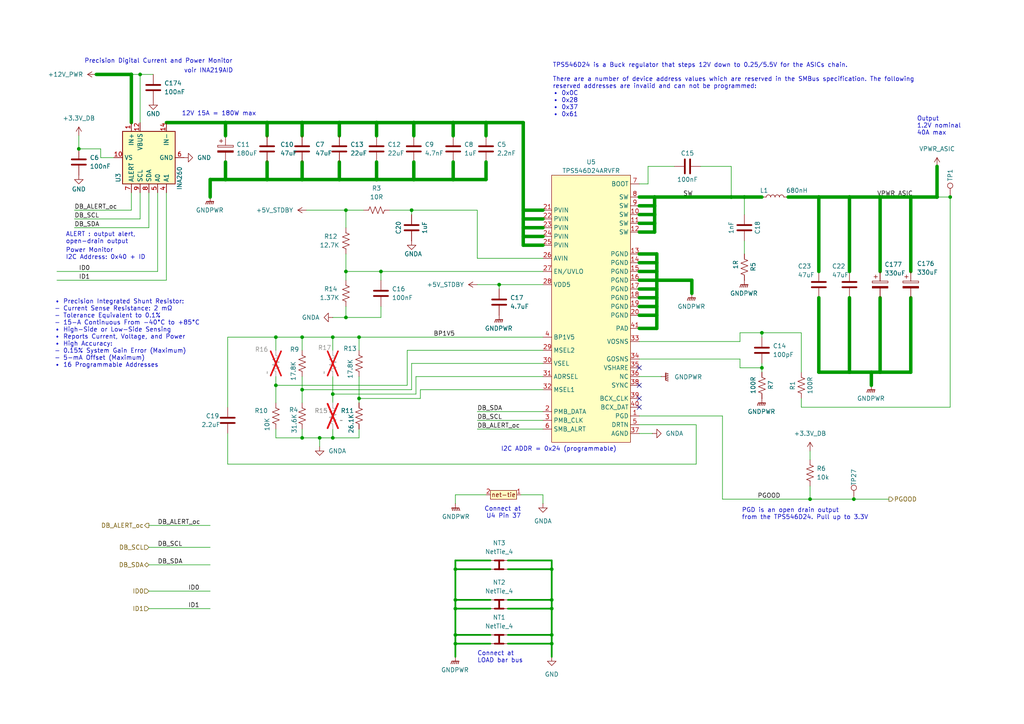
<source format=kicad_sch>
(kicad_sch (version 20231120) (generator "eeschema") (generator_version "8.0")
  (paper "A4")
  (lib_symbols
    (symbol "Connector:TestPoint" (pin_numbers hide) (pin_names (offset 0.762) hide)
      (property "Reference" "TP" (at 0 6.858 0))
      (property "Value" "TestPoint" (at 0 5.08 0))
      (symbol "TestPoint_0_1"
        (circle (center 0 3.302) (radius 0.762))
      )
      (symbol "TestPoint_1_1"
        (pin passive line (at 0 0 90) (length 2.54) (name "1") (number "1"))
      )
    )
    (symbol "Device:C" (pin_numbers hide) (pin_names (offset 0.254))
      (property "Reference" "C" (at 0.635 2.54 0))
      (property "Value" "C" (at 0.635 -2.54 0))
      (symbol "C_0_1"
        (polyline (pts (xy -2.032 -0.762) (xy 2.032 -0.762)) (stroke (width 0.508)))
        (polyline (pts (xy -2.032 0.762) (xy 2.032 0.762)) (stroke (width 0.508)))
      )
      (symbol "C_1_1"
        (pin passive line (at 0 3.81 270) (length 2.794) (name "~") (number "1"))
        (pin passive line (at 0 -3.81 90) (length 2.794) (name "~") (number "2"))
      )
    )
    (symbol "Device:C_Polarized" (pin_numbers hide) (pin_names (offset 0.254))
      (property "Reference" "C" (at 0.635 2.54 0))
      (property "Value" "C_Polarized" (at 0.635 -2.54 0))
      (symbol "C_Polarized_0_1"
        (rectangle (start -2.286 0.508) (end 2.286 1.016))
        (polyline (pts (xy -1.778 2.286) (xy -0.762 2.286)))
        (polyline (pts (xy -1.27 2.794) (xy -1.27 1.778)))
        (rectangle (start 2.286 -0.508) (end -2.286 -1.016) (fill (type outline)))
      )
      (symbol "C_Polarized_1_1"
        (pin passive line (at 0 3.81 270) (length 2.794) (name "~") (number "1"))
        (pin passive line (at 0 -3.81 90) (length 2.794) (name "~") (number "2"))
      )
    )
    (symbol "Device:L" (pin_numbers hide) (pin_names (offset 1.016) hide)
      (property "Reference" "L" (at -1.27 0 90))
      (property "Value" "L" (at 1.905 0 90))
      (symbol "L_0_1"
        (arc (start 0 -2.54) (mid 0.6323 -1.905) (end 0 -1.27))
        (arc (start 0 -1.27) (mid 0.6323 -0.635) (end 0 0))
        (arc (start 0 0) (mid 0.6323 0.635) (end 0 1.27))
        (arc (start 0 1.27) (mid 0.6323 1.905) (end 0 2.54))
      )
      (symbol "L_1_1"
        (pin passive line (at 0 3.81 270) (length 1.27) (name "1") (number "1"))
        (pin passive line (at 0 -3.81 90) (length 1.27) (name "2") (number "2"))
      )
    )
    (symbol "Device:NetTie_4" (pin_numbers hide) (pin_names (offset 0) hide) (in_bom no)
      (property "Reference" "NT" (at 0 1.27 0))
      (property "Value" "NetTie_4" (at 0 -3.81 0))
      (symbol "NetTie_4_0_1"
        (polyline (pts (xy -1.27 -2.54) (xy 1.27 -2.54)) (stroke (width 0.508)))
        (polyline (pts (xy -1.27 0) (xy 1.27 0)) (stroke (width 0.508)))
        (polyline (pts (xy 0 -2.54) (xy 0 0)) (stroke (width 0.508)))
      )
      (symbol "NetTie_4_1_1"
        (pin passive line (at -2.54 0 0) (length 2.54) (name "1") (number "1"))
        (pin passive line (at 2.54 0 180) (length 2.54) (name "2") (number "2"))
        (pin passive line (at -2.54 -2.54 0) (length 2.54) (name "3") (number "3"))
        (pin passive line (at 2.54 -2.54 180) (length 2.54) (name "4") (number "4"))
      )
    )
    (symbol "Device:R_US" (pin_numbers hide) (pin_names (offset 0))
      (property "Reference" "R" (at 2.54 0 90))
      (property "Value" "R_US" (at -2.54 0 90))
      (symbol "R_US_0_1"
        (polyline (pts (xy 0 -2.286) (xy 0 -2.54)))
        (polyline (pts (xy 0 2.286) (xy 0 2.54)))
        (polyline (pts (xy 0 -0.762) (xy 1.016 -1.143) (xy 0 -1.524) (xy -1.016 -1.905) (xy 0 -2.286)))
        (polyline (pts (xy 0 0.762) (xy 1.016 0.381) (xy 0 0) (xy -1.016 -0.381) (xy 0 -0.762)))
        (polyline (pts (xy 0 2.286) (xy 1.016 1.905) (xy 0 1.524) (xy -1.016 1.143) (xy 0 0.762)))
      )
      (symbol "R_US_1_1"
        (pin passive line (at 0 3.81 270) (length 1.27) (name "~") (number "1"))
        (pin passive line (at 0 -3.81 90) (length 1.27) (name "~") (number "2"))
      )
    )
    (symbol "Sensor:INA260"
      (property "Reference" "U" (at -6.35 8.89 0))
      (property "Value" "INA260" (at 2.54 8.89 0))
      (symbol "INA260_0_1"
        (rectangle (start -7.62 7.62) (end 7.62 -7.62) (stroke (width 0.254)) (fill (type background)))
      )
      (symbol "INA260_1_1"
        (pin passive line (at -10.16 5.08 0) (length 2.54) (name "IN+") (number "1"))
        (pin power_in line (at 0 10.16 270) (length 2.54) (name "VS") (number "10"))
        (pin passive line (at 0 -10.16 90) (length 2.54) hide (name "GND") (number "11"))
        (pin passive line (at -10.16 2.54 0) (length 2.54) (name "VBUS") (number "12"))
        (pin no_connect line (at 2.54 -7.62 90) (length 2.54) hide (name "NC") (number "13"))
        (pin passive line (at -10.16 -5.08 0) (length 2.54) (name "IN-") (number "14"))
        (pin passive line (at -10.16 -5.08 0) (length 2.54) hide (name "IN-") (number "15"))
        (pin passive line (at -10.16 -5.08 0) (length 2.54) hide (name "IN-") (number "16"))
        (pin passive line (at -10.16 5.08 0) (length 2.54) hide (name "IN+") (number "2"))
        (pin passive line (at -10.16 5.08 0) (length 2.54) hide (name "IN+") (number "3"))
        (pin input line (at 10.16 -5.08 180) (length 2.54) (name "A1") (number "4"))
        (pin input line (at 10.16 -2.54 180) (length 2.54) (name "A0") (number "5"))
        (pin power_in line (at 0 -10.16 90) (length 2.54) (name "GND") (number "6"))
        (pin open_collector line (at 10.16 5.08 180) (length 2.54) (name "ALERT") (number "7"))
        (pin bidirectional line (at 10.16 0 180) (length 2.54) (name "SDA") (number "8"))
        (pin input line (at 10.16 2.54 180) (length 2.54) (name "SCL") (number "9"))
      )
    )
    (symbol "bitaxe:TPS546D24"
      (property "Reference" "U" (at -7.62 43.18 0))
      (property "Value" "TPS546D24" (at 6.35 43.18 0))
      (symbol "TPS546D24_0_1"
        (rectangle (start -11.43 41.91) (end 11.43 -35.56) (stroke (width 0.1524)) (fill (type background)))
      )
      (symbol "TPS546D24_1_1"
        (pin input line (at 13.97 -27.94 180) (length 2.54) (name "PGD") (number "1"))
        (pin power_in line (at 13.97 30.48 180) (length 2.54) (name "SW") (number "10"))
        (pin output line (at 13.97 27.94 180) (length 2.54) (name "SW") (number "11"))
        (pin power_out line (at 13.97 25.4 180) (length 2.54) (name "SW") (number "12"))
        (pin output line (at 13.97 19.05 180) (length 2.54) (name "PGND") (number "13"))
        (pin output line (at 13.97 16.51 180) (length 2.54) (name "PGND") (number "14"))
        (pin input line (at 13.97 13.97 180) (length 2.54) (name "PGND") (number "15"))
        (pin input line (at 13.97 11.43 180) (length 2.54) (name "PGND") (number "16"))
        (pin power_in line (at 13.97 8.89 180) (length 2.54) (name "PGND") (number "17"))
        (pin input line (at 13.97 6.35 180) (length 2.54) (name "PGND") (number "18"))
        (pin input line (at 13.97 3.81 180) (length 2.54) (name "PGND") (number "19"))
        (pin input line (at -13.97 -26.67 0) (length 2.54) (name "PMB_DATA") (number "2"))
        (pin power_in line (at 13.97 1.27 180) (length 2.54) (name "PGND") (number "20"))
        (pin input line (at -13.97 31.75 0) (length 2.54) (name "PVIN") (number "21"))
        (pin input line (at -13.97 29.21 0) (length 2.54) (name "PVIN") (number "22"))
        (pin input line (at -13.97 26.67 0) (length 2.54) (name "PVIN") (number "23"))
        (pin input line (at -13.97 24.13 0) (length 2.54) (name "PVIN") (number "24"))
        (pin input line (at -13.97 21.59 0) (length 2.54) (name "PVIN") (number "25"))
        (pin input line (at -13.97 17.78 0) (length 2.54) (name "AVIN") (number "26"))
        (pin input line (at -13.97 13.97 0) (length 2.54) (name "EN/UVLO") (number "27"))
        (pin output line (at -13.97 10.16 0) (length 2.54) (name "VDD5") (number "28"))
        (pin power_in line (at -13.97 -8.89 0) (length 2.54) (name "MSEL2") (number "29"))
        (pin input line (at -13.97 -29.21 0) (length 2.54) (name "PMB_CLK") (number "3"))
        (pin power_in line (at -13.97 -12.7 0) (length 2.54) (name "VSEL") (number "30"))
        (pin output line (at -13.97 -16.51 0) (length 2.54) (name "ADRSEL") (number "31"))
        (pin power_out line (at -13.97 -20.32 0) (length 2.54) (name "MSEL1") (number "32"))
        (pin output line (at 13.97 -6.35 180) (length 2.54) (name "VOSNS") (number "33"))
        (pin output line (at 13.97 -11.43 180) (length 2.54) (name "GOSNS") (number "34"))
        (pin input line (at 13.97 -13.97 180) (length 2.54) (name "VSHARE") (number "35"))
        (pin input line (at 13.97 -16.51 180) (length 2.54) (name "NC") (number "36"))
        (pin power_in line (at 13.97 -33.02 180) (length 2.54) (name "AGND") (number "37"))
        (pin input line (at 13.97 -19.05 180) (length 2.54) (name "SYNC") (number "38"))
        (pin input line (at 13.97 -22.86 180) (length 2.54) (name "BCX_CLK") (number "39"))
        (pin input line (at -13.97 -5.08 0) (length 2.54) (name "BP1V5") (number "4"))
        (pin input line (at 13.97 -25.4 180) (length 2.54) (name "BCX_DAT") (number "40"))
        (pin power_in line (at 13.97 -2.54 180) (length 2.54) (name "PAD") (number "41"))
        (pin input line (at 13.97 -30.48 180) (length 2.54) (name "DRTN") (number "5"))
        (pin input line (at -13.97 -31.75 0) (length 2.54) (name "SMB_ALRT") (number "6"))
        (pin input line (at 13.97 39.37 180) (length 2.54) (name "BOOT") (number "7"))
        (pin output line (at 13.97 35.56 180) (length 2.54) (name "SW") (number "8"))
        (pin power_in line (at 13.97 33.02 180) (length 2.54) (name "SW") (number "9"))
      )
    )
    (symbol "bitaxe:net-tie"
      (symbol "net-tie_0_1"
        (rectangle (start -3.81 1.27) (end 3.81 -1.27) (stroke (width 0.1524)) (fill (type background)))
      )
      (symbol "net-tie_1_0"
        (pin bidirectional line (at -5.08 0 0) (length 1.27) (name "") (number "1"))
        (pin bidirectional line (at 5.08 0 180) (length 1.27) (name "") (number "2"))
      )
      (symbol "net-tie_1_1"
        (text "net-tie" (at 0 0 0) (effects (font (size 1.27 1.27))))
      )
    )
    (symbol "power:+3.3V" (power) (pin_names (offset 0))
      (property "Value" "+3.3V" (at 0 3.556 0))
      (symbol "+3.3V_0_1"
        (polyline (pts (xy -0.762 1.27) (xy 0 2.54)))
        (polyline (pts (xy 0 0) (xy 0 2.54)))
        (polyline (pts (xy 0 2.54) (xy 0.762 1.27)))
      )
      (symbol "+3.3V_1_1"
        (pin power_in line (at 0 0 90) (length 0) hide (name "+3.3V") (number "1"))
      )
    )
    (symbol "power:GND" (power) (pin_numbers hide) (pin_names (offset 0) hide)
      (property "Value" "GND" (at 0 -3.81 0))
      (symbol "GND_0_1"
        (polyline (pts (xy 0 0) (xy 0 -1.27) (xy 1.27 -1.27) (xy 0 -2.54) (xy -1.27 -1.27) (xy 0 -1.27)))
      )
      (symbol "GND_1_1"
        (pin power_in line (at 0 0 270) (length 0) (name "~") (number "1"))
      )
    )
    (symbol "power:GNDA" (power) (pin_numbers hide) (pin_names (offset 0) hide)
      (property "Value" "GNDA" (at 0 -3.81 0))
      (symbol "GNDA_0_1"
        (polyline (pts (xy 0 0) (xy 0 -1.27) (xy 1.27 -1.27) (xy 0 -2.54) (xy -1.27 -1.27) (xy 0 -1.27)))
      )
      (symbol "GNDA_1_1"
        (pin power_in line (at 0 0 270) (length 0) (name "~") (number "1"))
      )
    )
    (symbol "power:GNDPWR" (power) (pin_numbers hide) (pin_names (offset 0) hide)
      (property "Value" "GNDPWR" (at 0 -3.302 0))
      (symbol "GNDPWR_0_1"
        (polyline (pts (xy 0 -1.27) (xy 0 0)))
        (polyline (pts (xy -1.016 -1.27) (xy -1.27 -2.032) (xy -1.27 -2.032)) (stroke (width 0.2032)))
        (polyline (pts (xy -0.508 -1.27) (xy -0.762 -2.032) (xy -0.762 -2.032)) (stroke (width 0.2032)))
        (polyline (pts (xy 0 -1.27) (xy -0.254 -2.032) (xy -0.254 -2.032)) (stroke (width 0.2032)))
        (polyline (pts (xy 0.508 -1.27) (xy 0.254 -2.032) (xy 0.254 -2.032)) (stroke (width 0.2032)))
        (polyline (pts (xy 1.016 -1.27) (xy -1.016 -1.27) (xy -1.016 -1.27)) (stroke (width 0.2032)))
        (polyline (pts (xy 1.016 -1.27) (xy 0.762 -2.032) (xy 0.762 -2.032) (xy 0.762 -2.032)) (stroke (width 0.2032)))
      )
      (symbol "GNDPWR_1_1"
        (pin power_in line (at 0 0 270) (length 0) (name "~") (number "1"))
      )
    )
    (symbol "power:VDD" (power) (pin_numbers hide) (pin_names (offset 0) hide)
      (property "Value" "VDD" (at 0 3.556 0))
      (symbol "VDD_0_1"
        (polyline (pts (xy -0.762 1.27) (xy 0 2.54)))
        (polyline (pts (xy 0 0) (xy 0 2.54)))
        (polyline (pts (xy 0 2.54) (xy 0.762 1.27)))
      )
      (symbol "VDD_1_1"
        (pin power_in line (at 0 0 90) (length 0) (name "~") (number "1"))
      )
    )
  )
  (junction (at 109.22 35.56))
  (junction (at 132.08 165.1))
  (junction (at 87.63 97.79))
  (junction (at 252.73 107.95))
  (junction (at 65.405 52.07))
  (junction (at 80.01 97.79))
  (junction (at 104.14 115.57))
  (junction (at 98.425 52.07))
  (junction (at 92.71 127))
  (junction (at 246.38 107.95))
  (junction (at 87.63 113.03))
  (junction (at 104.14 97.79))
  (junction (at 87.63 127))
  (junction (at 100.33 60.96))
  (junction (at 40.64 21.59))
  (junction (at 237.49 57.15))
  (junction (at 38.1 21.59))
  (junction (at 160.02 176.53))
  (junction (at 96.52 114.3))
  (junction (at 131.445 35.56))
  (junction (at 132.08 184.15))
  (junction (at 151.765 60.96))
  (junction (at 151.765 63.5))
  (junction (at 96.52 97.79))
  (junction (at 246.38 57.15))
  (junction (at 190.5 86.36))
  (junction (at 131.445 52.07))
  (junction (at 151.765 68.58))
  (junction (at 120.015 35.56))
  (junction (at 160.02 165.1))
  (junction (at 160.02 184.15))
  (junction (at 264.16 57.15))
  (junction (at 255.27 107.95))
  (junction (at 189.865 57.15))
  (junction (at 87.63 52.07))
  (junction (at 190.5 76.2))
  (junction (at 132.08 173.99))
  (junction (at 144.78 82.55))
  (junction (at 98.425 35.56))
  (junction (at 160.02 186.69))
  (junction (at 247.65 144.78))
  (junction (at 77.47 35.56))
  (junction (at 96.52 127))
  (junction (at 140.97 35.56))
  (junction (at 119.38 60.96))
  (junction (at 190.5 91.44))
  (junction (at 189.865 62.23))
  (junction (at 132.08 186.69))
  (junction (at 190.5 83.82))
  (junction (at 100.33 92.075))
  (junction (at 160.02 173.99))
  (junction (at 215.9 57.15))
  (junction (at 120.015 52.07))
  (junction (at 255.27 57.15))
  (junction (at 190.5 88.9))
  (junction (at 190.5 78.74))
  (junction (at 109.22 52.07))
  (junction (at 190.5 81.28))
  (junction (at 100.33 78.74))
  (junction (at 271.78 57.15))
  (junction (at 275.59 57.15))
  (junction (at 22.86 43.18))
  (junction (at 80.01 111.76))
  (junction (at 212.09 57.15))
  (junction (at 189.865 64.77))
  (junction (at 87.63 35.56))
  (junction (at 220.98 96.52))
  (junction (at 151.765 66.04))
  (junction (at 110.49 78.74))
  (junction (at 220.98 106.68))
  (junction (at 189.865 59.69))
  (junction (at 77.47 52.07))
  (junction (at 234.95 144.78))
  (junction (at 132.08 176.53))
  (junction (at 65.405 35.56))
  (no_connect (at 185.42 106.68))
  (no_connect (at 185.42 111.76))
  (no_connect (at 185.42 115.57))
  (no_connect (at 185.42 118.11))
  (wire (pts (xy 87.63 35.56) (xy 98.425 35.56)) (stroke (width 1)))
  (wire (pts (xy 43.18 158.75) (xy 60.96 158.75)))
  (wire (pts (xy 185.42 64.77) (xy 189.865 64.77)) (stroke (width 1)))
  (wire (pts (xy 96.52 114.3) (xy 96.52 116.84)))
  (wire (pts (xy 120.65 109.22) (xy 120.65 114.3)))
  (wire (pts (xy 60.96 52.07) (xy 65.405 52.07)) (stroke (width 1)))
  (wire (pts (xy 132.08 162.56) (xy 142.24 162.56)) (stroke (width 0.5)))
  (wire (pts (xy 92.71 127) (xy 92.71 129.54)))
  (wire (pts (xy 38.1 21.59) (xy 38.1 33.02)))
  (wire (pts (xy 60.96 52.07) (xy 60.96 57.15)) (stroke (width 1)))
  (wire (pts (xy 120.015 52.07) (xy 131.445 52.07)) (stroke (width 1)))
  (wire (pts (xy 190.5 78.74) (xy 190.5 81.28)) (stroke (width 1)))
  (wire (pts (xy 185.42 62.23) (xy 189.865 62.23)) (stroke (width 1)))
  (wire (pts (xy 118.11 111.76) (xy 80.01 111.76)))
  (wire (pts (xy 187.96 48.26) (xy 195.58 48.26)))
  (wire (pts (xy 185.42 104.14) (xy 214.63 104.14)))
  (wire (pts (xy 77.47 46.99) (xy 77.47 52.07)) (stroke (width 1)))
  (wire (pts (xy 121.92 113.03) (xy 121.92 115.57)))
  (wire (pts (xy 98.425 35.56) (xy 98.425 39.37)) (stroke (width 1)))
  (wire (pts (xy 138.43 60.96) (xy 119.38 60.96)))
  (wire (pts (xy 185.42 53.34) (xy 187.96 53.34)))
  (wire (pts (xy 119.38 60.96) (xy 119.38 62.23)))
  (wire (pts (xy 38.1 21.59) (xy 40.64 21.59)))
  (wire (pts (xy 138.43 82.55) (xy 144.78 82.55)))
  (wire (pts (xy 215.9 57.15) (xy 215.9 62.23)))
  (wire (pts (xy 147.32 176.53) (xy 160.02 176.53)) (stroke (width 0.5)))
  (wire (pts (xy 109.22 46.99) (xy 109.22 52.07)) (stroke (width 1)))
  (wire (pts (xy 132.08 176.53) (xy 132.08 184.15)) (stroke (width 0.5)))
  (wire (pts (xy 66.04 97.79) (xy 80.01 97.79)))
  (wire (pts (xy 98.425 46.99) (xy 98.425 52.07)) (stroke (width 1)))
  (wire (pts (xy 109.22 52.07) (xy 120.015 52.07)) (stroke (width 1)))
  (wire (pts (xy 237.49 57.15) (xy 237.49 78.74)) (stroke (width 1)))
  (wire (pts (xy 185.42 109.22) (xy 191.77 109.22)))
  (wire (pts (xy 65.405 35.56) (xy 77.47 35.56)) (stroke (width 1)))
  (wire (pts (xy 140.97 52.07) (xy 140.97 46.99)) (stroke (width 1)))
  (wire (pts (xy 151.765 66.04) (xy 157.48 66.04)) (stroke (width 1)))
  (wire (pts (xy 131.445 46.99) (xy 131.445 52.07)) (stroke (width 1)))
  (wire (pts (xy 65.405 52.07) (xy 77.47 52.07)) (stroke (width 1)))
  (wire (pts (xy 120.015 46.99) (xy 120.015 52.07)) (stroke (width 1)))
  (wire (pts (xy 100.33 60.96) (xy 100.33 66.04)))
  (wire (pts (xy 271.78 48.26) (xy 271.78 57.15)) (stroke (width 1)))
  (wire (pts (xy 65.405 39.37) (xy 65.405 35.56)) (stroke (width 1)))
  (wire (pts (xy 88.9 60.96) (xy 100.33 60.96)))
  (wire (pts (xy 138.43 74.93) (xy 138.43 60.96)))
  (wire (pts (xy 110.49 88.9) (xy 110.49 92.075)))
  (wire (pts (xy 138.43 124.46) (xy 157.48 124.46)))
  (wire (pts (xy 22.86 43.18) (xy 22.86 39.37)))
  (wire (pts (xy 151.765 63.5) (xy 157.48 63.5)) (stroke (width 1)))
  (wire (pts (xy 119.38 113.03) (xy 87.63 113.03)))
  (wire (pts (xy 96.52 109.22) (xy 96.52 114.3)))
  (wire (pts (xy 147.32 186.69) (xy 160.02 186.69)) (stroke (width 0.5)))
  (wire (pts (xy 275.59 57.15) (xy 275.59 118.11)))
  (wire (pts (xy 140.97 143.51) (xy 132.08 143.51)))
  (wire (pts (xy 185.42 83.82) (xy 190.5 83.82)) (stroke (width 1)))
  (wire (pts (xy 157.48 71.12) (xy 151.765 71.12)) (stroke (width 1)))
  (wire (pts (xy 87.63 52.07) (xy 98.425 52.07)))
  (wire (pts (xy 255.27 57.15) (xy 255.27 78.74)) (stroke (width 1)))
  (wire (pts (xy 255.27 57.15) (xy 264.16 57.15)) (stroke (width 1)))
  (wire (pts (xy 264.16 57.15) (xy 264.16 78.74)) (stroke (width 1)))
  (wire (pts (xy 66.04 125.73) (xy 66.04 134.62)))
  (wire (pts (xy 190.5 86.36) (xy 190.5 88.9)) (stroke (width 1)))
  (wire (pts (xy 92.71 127) (xy 87.63 127)))
  (wire (pts (xy 16.51 78.74) (xy 45.72 78.74)))
  (wire (pts (xy 144.78 83.82) (xy 144.78 82.55)))
  (wire (pts (xy 189.865 57.15) (xy 212.09 57.15)) (stroke (width 1)))
  (wire (pts (xy 120.015 35.56) (xy 120.015 39.37)) (stroke (width 1)))
  (wire (pts (xy 110.49 78.74) (xy 157.48 78.74)))
  (wire (pts (xy 234.95 130.81) (xy 234.95 133.35)))
  (wire (pts (xy 190.5 76.2) (xy 190.5 78.74)) (stroke (width 1)))
  (wire (pts (xy 220.98 105.41) (xy 220.98 106.68)))
  (wire (pts (xy 131.445 52.07) (xy 140.97 52.07)) (stroke (width 1)))
  (wire (pts (xy 132.08 190.5) (xy 132.08 186.69)) (stroke (width 0.5)))
  (wire (pts (xy 109.22 35.56) (xy 109.22 39.37)) (stroke (width 1)))
  (wire (pts (xy 185.42 86.36) (xy 190.5 86.36)) (stroke (width 1)))
  (wire (pts (xy 147.32 165.1) (xy 160.02 165.1)) (stroke (width 0.5)))
  (wire (pts (xy 185.42 120.65) (xy 209.55 120.65)))
  (wire (pts (xy 131.445 35.56) (xy 140.97 35.56)) (stroke (width 1)))
  (wire (pts (xy 131.445 35.56) (xy 131.445 39.37)) (stroke (width 1)))
  (wire (pts (xy 185.42 95.25) (xy 190.5 95.25)) (stroke (width 1)))
  (wire (pts (xy 185.42 76.2) (xy 190.5 76.2)) (stroke (width 1)))
  (wire (pts (xy 190.5 91.44) (xy 190.5 95.25)) (stroke (width 1)))
  (wire (pts (xy 201.93 134.62) (xy 201.93 123.19)))
  (wire (pts (xy 160.02 186.69) (xy 160.02 184.15)) (stroke (width 0.5)))
  (wire (pts (xy 100.33 92.075) (xy 110.49 92.075)))
  (wire (pts (xy 27.94 21.59) (xy 38.1 21.59)) (stroke (width 1)))
  (wire (pts (xy 185.42 125.73) (xy 189.23 125.73)))
  (wire (pts (xy 214.63 96.52) (xy 220.98 96.52)))
  (wire (pts (xy 151.765 60.96) (xy 151.765 63.5)) (stroke (width 1)))
  (wire (pts (xy 275.59 118.11) (xy 232.41 118.11)))
  (wire (pts (xy 147.32 162.56) (xy 160.02 162.56)) (stroke (width 0.5)))
  (wire (pts (xy 157.48 143.51) (xy 151.13 143.51)))
  (wire (pts (xy 151.765 66.04) (xy 151.765 68.58)) (stroke (width 1)))
  (wire (pts (xy 48.26 35.56) (xy 65.405 35.56)) (stroke (width 1)))
  (wire (pts (xy 21.59 63.5) (xy 40.64 63.5)))
  (wire (pts (xy 43.18 171.45) (xy 60.96 171.45)))
  (wire (pts (xy 200.66 85.09) (xy 200.66 81.28)) (stroke (width 1)))
  (wire (pts (xy 132.08 186.69) (xy 142.24 186.69)) (stroke (width 0.5)))
  (wire (pts (xy 80.01 124.46) (xy 80.01 127)))
  (wire (pts (xy 138.43 74.93) (xy 157.48 74.93)))
  (wire (pts (xy 237.49 107.95) (xy 246.38 107.95)) (stroke (width 1)))
  (wire (pts (xy 144.78 82.55) (xy 157.48 82.55)))
  (wire (pts (xy 185.42 73.66) (xy 190.5 73.66)) (stroke (width 1)))
  (wire (pts (xy 119.38 105.41) (xy 157.48 105.41)))
  (wire (pts (xy 160.02 176.53) (xy 160.02 184.15)) (stroke (width 0.5)))
  (wire (pts (xy 209.55 144.78) (xy 234.95 144.78)))
  (wire (pts (xy 87.63 52.07) (xy 98.425 52.07)) (stroke (width 1)))
  (wire (pts (xy 157.48 146.05) (xy 157.48 143.51)))
  (wire (pts (xy 132.08 173.99) (xy 132.08 176.53)) (stroke (width 0.5)))
  (wire (pts (xy 98.425 52.07) (xy 109.22 52.07)) (stroke (width 1)))
  (wire (pts (xy 80.01 109.22) (xy 80.01 111.76)))
  (wire (pts (xy 96.52 92.075) (xy 100.33 92.075)))
  (wire (pts (xy 132.08 184.15) (xy 142.24 184.15)) (stroke (width 0.5)))
  (wire (pts (xy 98.425 35.56) (xy 109.22 35.56)) (stroke (width 1)))
  (wire (pts (xy 246.38 57.15) (xy 246.38 78.74)) (stroke (width 1)))
  (wire (pts (xy 151.765 68.58) (xy 151.765 71.12)) (stroke (width 1)))
  (wire (pts (xy 38.1 60.96) (xy 38.1 55.88)))
  (wire (pts (xy 185.42 81.28) (xy 190.5 81.28)) (stroke (width 1)))
  (wire (pts (xy 132.08 165.1) (xy 142.24 165.1)) (stroke (width 0.5)))
  (wire (pts (xy 119.38 60.96) (xy 113.03 60.96)))
  (wire (pts (xy 66.04 134.62) (xy 201.93 134.62)))
  (wire (pts (xy 255.27 107.95) (xy 264.16 107.95)) (stroke (width 1)))
  (wire (pts (xy 44.45 21.59) (xy 40.64 21.59)))
  (wire (pts (xy 138.43 119.38) (xy 157.48 119.38)))
  (wire (pts (xy 189.865 62.23) (xy 189.865 59.69)) (stroke (width 1)))
  (wire (pts (xy 190.5 73.66) (xy 190.5 76.2)) (stroke (width 1)))
  (wire (pts (xy 66.04 118.11) (xy 66.04 97.79)))
  (wire (pts (xy 185.42 59.69) (xy 189.865 59.69)) (stroke (width 1)))
  (wire (pts (xy 215.9 57.15) (xy 220.98 57.15)) (stroke (width 1)))
  (wire (pts (xy 264.16 57.15) (xy 271.78 57.15)) (stroke (width 1)))
  (wire (pts (xy 43.18 152.4) (xy 60.96 152.4)))
  (wire (pts (xy 252.73 111.76) (xy 252.73 107.95)) (stroke (width 1)))
  (wire (pts (xy 77.47 52.07) (xy 87.63 52.07)) (stroke (width 1)))
  (wire (pts (xy 104.14 97.79) (xy 157.48 97.79)))
  (wire (pts (xy 212.09 48.26) (xy 212.09 57.15)))
  (wire (pts (xy 246.38 57.15) (xy 255.27 57.15)) (stroke (width 1)))
  (wire (pts (xy 246.38 107.95) (xy 252.73 107.95)) (stroke (width 1)))
  (wire (pts (xy 234.95 144.78) (xy 247.65 144.78)))
  (wire (pts (xy 43.18 66.04) (xy 43.18 55.88)))
  (wire (pts (xy 237.49 86.36) (xy 237.49 107.95)) (stroke (width 1)))
  (wire (pts (xy 160.02 162.56) (xy 160.02 165.1)) (stroke (width 0.5)))
  (wire (pts (xy 237.49 57.15) (xy 246.38 57.15)) (stroke (width 1)))
  (wire (pts (xy 132.08 176.53) (xy 142.24 176.53)) (stroke (width 0.5)))
  (wire (pts (xy 100.33 73.66) (xy 100.33 78.74)))
  (wire (pts (xy 189.865 57.15) (xy 185.42 57.15)) (stroke (width 1)))
  (wire (pts (xy 190.5 91.44) (xy 185.42 91.44)) (stroke (width 1)))
  (wire (pts (xy 189.865 67.31) (xy 189.865 64.77)) (stroke (width 1)))
  (wire (pts (xy 190.5 81.28) (xy 200.66 81.28)) (stroke (width 1)))
  (wire (pts (xy 151.765 60.96) (xy 157.48 60.96)) (stroke (width 1)))
  (wire (pts (xy 80.01 97.79) (xy 80.01 101.6)))
  (wire (pts (xy 87.63 124.46) (xy 87.63 127)))
  (wire (pts (xy 190.5 83.82) (xy 190.5 86.36)) (stroke (width 1)))
  (wire (pts (xy 147.32 173.99) (xy 160.02 173.99)) (stroke (width 0.5)))
  (wire (pts (xy 100.33 78.74) (xy 100.33 81.28)))
  (wire (pts (xy 234.95 140.97) (xy 234.95 144.78)))
  (wire (pts (xy 232.41 118.11) (xy 232.41 115.57)))
  (wire (pts (xy 110.49 78.74) (xy 110.49 81.28)))
  (wire (pts (xy 160.02 190.5) (xy 160.02 186.69)) (stroke (width 0.5)))
  (wire (pts (xy 151.765 68.58) (xy 157.48 68.58)) (stroke (width 1)))
  (wire (pts (xy 104.14 97.79) (xy 104.14 101.6)))
  (wire (pts (xy 29.21 43.18) (xy 29.21 45.72)))
  (wire (pts (xy 38.1 21.59) (xy 38.1 35.56)) (stroke (width 1)))
  (wire (pts (xy 110.49 78.74) (xy 100.33 78.74)))
  (wire (pts (xy 80.01 127) (xy 87.63 127)))
  (wire (pts (xy 271.78 57.15) (xy 275.59 57.15)))
  (wire (pts (xy 119.38 105.41) (xy 119.38 113.03)))
  (wire (pts (xy 252.73 107.95) (xy 255.27 107.95)) (stroke (width 1)))
  (wire (pts (xy 87.63 97.79) (xy 96.52 97.79)))
  (wire (pts (xy 189.865 59.69) (xy 189.865 57.15)) (stroke (width 1)))
  (wire (pts (xy 100.33 88.9) (xy 100.33 92.075)))
  (wire (pts (xy 132.08 162.56) (xy 132.08 165.1)) (stroke (width 0.5)))
  (wire (pts (xy 29.21 43.18) (xy 22.86 43.18)))
  (wire (pts (xy 40.64 21.59) (xy 40.64 35.56)))
  (wire (pts (xy 209.55 120.65) (xy 209.55 144.78)))
  (wire (pts (xy 118.11 101.6) (xy 118.11 111.76)))
  (wire (pts (xy 43.18 176.53) (xy 60.96 176.53)))
  (wire (pts (xy 147.32 184.15) (xy 160.02 184.15)) (stroke (width 0.5)))
  (wire (pts (xy 40.64 63.5) (xy 40.64 55.88)))
  (wire (pts (xy 120.65 109.22) (xy 157.48 109.22)))
  (wire (pts (xy 132.08 186.69) (xy 132.08 184.15)) (stroke (width 0.5)))
  (wire (pts (xy 157.48 101.6) (xy 118.11 101.6)))
  (wire (pts (xy 138.43 121.92) (xy 157.48 121.92)))
  (wire (pts (xy 203.2 48.26) (xy 212.09 48.26)))
  (wire (pts (xy 160.02 173.99) (xy 160.02 176.53)) (stroke (width 0.5)))
  (wire (pts (xy 185.42 67.31) (xy 189.865 67.31)) (stroke (width 1)))
  (wire (pts (xy 151.765 35.56) (xy 151.765 60.96)) (stroke (width 1)))
  (wire (pts (xy 16.51 81.28) (xy 48.26 81.28)))
  (wire (pts (xy 120.015 35.56) (xy 131.445 35.56)) (stroke (width 1)))
  (wire (pts (xy 120.65 114.3) (xy 96.52 114.3)))
  (wire (pts (xy 21.59 60.96) (xy 38.1 60.96)))
  (wire (pts (xy 96.52 127) (xy 92.71 127)))
  (wire (pts (xy 121.92 113.03) (xy 157.48 113.03)))
  (wire (pts (xy 189.865 64.77) (xy 189.865 62.23)) (stroke (width 1)))
  (wire (pts (xy 246.38 86.36) (xy 246.38 107.95)) (stroke (width 1)))
  (wire (pts (xy 264.16 86.36) (xy 264.16 107.95)) (stroke (width 1)))
  (wire (pts (xy 214.63 99.06) (xy 214.63 96.52)))
  (wire (pts (xy 77.47 35.56) (xy 77.47 39.37)) (stroke (width 1)))
  (wire (pts (xy 45.72 55.88) (xy 45.72 78.74)))
  (wire (pts (xy 100.33 60.96) (xy 105.41 60.96)))
  (wire (pts (xy 80.01 111.76) (xy 80.01 116.84)))
  (wire (pts (xy 220.98 106.68) (xy 220.98 107.95)))
  (wire (pts (xy 232.41 107.95) (xy 232.41 96.52)))
  (wire (pts (xy 77.47 35.56) (xy 87.63 35.56)) (stroke (width 1)))
  (wire (pts (xy 215.9 69.85) (xy 215.9 73.66)))
  (wire (pts (xy 228.6 57.15) (xy 237.49 57.15)) (stroke (width 1)))
  (wire (pts (xy 109.22 35.56) (xy 120.015 35.56)) (stroke (width 1)))
  (wire (pts (xy 87.63 109.22) (xy 87.63 113.03)))
  (wire (pts (xy 247.65 144.78) (xy 257.81 144.78)))
  (wire (pts (xy 96.52 101.6) (xy 96.52 97.79)))
  (wire (pts (xy 65.405 46.99) (xy 65.405 52.07)) (stroke (width 1)))
  (wire (pts (xy 87.63 97.79) (xy 87.63 101.6)))
  (wire (pts (xy 87.63 113.03) (xy 87.63 116.84)))
  (wire (pts (xy 48.26 55.88) (xy 48.26 81.28)))
  (wire (pts (xy 160.02 165.1) (xy 160.02 173.99)) (stroke (width 0.5)))
  (wire (pts (xy 21.59 66.04) (xy 43.18 66.04)))
  (wire (pts (xy 212.09 57.15) (xy 215.9 57.15)) (stroke (width 1)))
  (wire (pts (xy 132.08 146.05) (xy 132.08 143.51)))
  (wire (pts (xy 104.14 115.57) (xy 104.14 116.84)))
  (wire (pts (xy 43.18 163.83) (xy 60.96 163.83)))
  (wire (pts (xy 201.93 123.19) (xy 185.42 123.19)))
  (wire (pts (xy 185.42 99.06) (xy 214.63 99.06)))
  (wire (pts (xy 185.42 88.9) (xy 190.5 88.9)) (stroke (width 1)))
  (wire (pts (xy 190.5 81.28) (xy 190.5 83.82)) (stroke (width 1)))
  (wire (pts (xy 80.01 97.79) (xy 87.63 97.79)))
  (wire (pts (xy 140.97 35.56) (xy 140.97 39.37)) (stroke (width 1)))
  (wire (pts (xy 104.14 109.22) (xy 104.14 115.57)))
  (wire (pts (xy 96.52 127) (xy 104.14 127)))
  (wire (pts (xy 132.08 165.1) (xy 132.08 173.99)) (stroke (width 0.5)))
  (wire (pts (xy 140.97 35.56) (xy 151.765 35.56)) (stroke (width 1)))
  (wire (pts (xy 87.63 35.56) (xy 87.63 39.37)) (stroke (width 1)))
  (wire (pts (xy 87.63 46.99) (xy 87.63 52.07)) (stroke (width 1)))
  (wire (pts (xy 185.42 78.74) (xy 190.5 78.74)) (stroke (width 1)))
  (wire (pts (xy 220.98 96.52) (xy 220.98 97.79)))
  (wire (pts (xy 187.96 53.34) (xy 187.96 48.26)))
  (wire (pts (xy 151.765 63.5) (xy 151.765 66.04)) (stroke (width 1)))
  (wire (pts (xy 104.14 124.46) (xy 104.14 127)))
  (wire (pts (xy 220.98 96.52) (xy 232.41 96.52)))
  (wire (pts (xy 121.92 115.57) (xy 104.14 115.57)))
  (wire (pts (xy 214.63 106.68) (xy 220.98 106.68)))
  (wire (pts (xy 255.27 86.36) (xy 255.27 107.95)) (stroke (width 1)))
  (wire (pts (xy 190.5 88.9) (xy 190.5 91.44)) (stroke (width 1)))
  (wire (pts (xy 96.52 124.46) (xy 96.52 127)))
  (wire (pts (xy 96.52 97.79) (xy 104.14 97.79)))
  (wire (pts (xy 214.63 104.14) (xy 214.63 106.68)))
  (wire (pts (xy 132.08 173.99) (xy 142.24 173.99)) (stroke (width 0.5)))
  (wire (pts (xy 29.21 45.72) (xy 33.02 45.72)))
  (text "TPS546D24 is a Buck regulator that steps 12V down to 0.25/5.5V for the ASICs chain.\n\nThere are a number of device address values which are reserved in the SMBus specification. The following\nreserved addresses are invalid and can not be programmed:\n• 0x0C\n• 0x28\n• 0x37\n• 0x61\n" (at 160.274 34.036 0) (effects (font (size 1.27 1.27)) (justify left bottom)))
  (text "Power Monitor\nI2C Address: 0x40 + ID" (at 19.05 75.438 0) (effects (font (size 1.27 1.27)) (justify left bottom)))
  (text "voir INA219AID" (at 53.34 20.574 0) (effects (font (size 1.27 1.27)) (justify left)))
  (text "PGD is an open drain output\nfrom the TPS546D24. Pull up to 3.3V" (at 215.138 150.876 0) (effects (font (size 1.27 1.27)) (justify left bottom)))
  (text "I2C ADDR = 0x24 (programmable)" (at 145.288 131.064 0) (effects (font (size 1.27 1.27)) (justify left bottom)))
  (text "Connect at\nU4 Pin 37" (at 151.13 150.495 0) (effects (font (size 1.27 1.27)) (justify right bottom)))
  (text "Precision Digital Current and Power Monitor" (at 45.974 17.78 0) (effects (font (size 1.27 1.27))))
  (text "12V 15A = 180W max" (at 63.5 33.02 0) (effects (font (size 1.27 1.27))))
  (text "• Precision Integrated Shunt Resistor:\n- Current Sense Resistance: 2 mΩ\n- Tolerance Equivalent to 0.1%\n- 15-A Continuous From -40°C to +85°C\n• High-Side or Low-Side Sensing\n• Reports Current, Voltage, and Power\n• High Accuracy:\n- 0.15% System Gain Error (Maximum)\n- 5-mA Offset (Maximum)\n• 16 Programmable Addresses" (at 15.748 96.774 0) (effects (font (size 1.27 1.27)) (justify left)))
  (text "Connect at\nLOAD bar bus" (at 138.43 192.405 0) (effects (font (size 1.27 1.27)) (justify left bottom)))
  (text "Output \n1.2V nominal\n40A max" (at 265.938 39.37 0) (effects (font (size 1.27 1.27)) (justify left bottom)))
  (text "ALERT : output alert, \nopen-drain output" (at 19.05 69.088 0) (effects (font (size 1.27 1.27)) (justify left)))
  (label "DB_SCL" (at 21.59 63.5 0))
  (label "ID1" (at 22.86 81.28 0))
  (label "DB_SDA" (at 138.43 119.38 0))
  (label "DB_SCL" (at 138.43 121.92 0))
  (label "DB_SCL" (at 45.72 158.75 0))
  (label "SW" (at 198.12 57.15 0))
  (label "ID1" (at 54.61 176.53 0))
  (label "ID0" (at 54.61 171.45 0))
  (label "VPWR_ASIC" (at 264.795 57.15 180))
  (label "ID0" (at 22.86 78.74 0))
  (label "PGOOD" (at 219.71 144.78 0))
  (label "DB_ALERT_oc" (at 138.43 124.46 0))
  (label "BP1V5" (at 125.73 97.79 0))
  (label "DB_ALERT_oc" (at 21.59 60.96 0))
  (label "DB_SDA" (at 21.59 66.04 0))
  (label "DB_ALERT_oc" (at 45.72 152.4 0))
  (label "DB_SDA" (at 45.72 163.83 0))
  (hierarchical_label "PGOOD" (shape output) (at 257.81 144.78 0))
  (hierarchical_label "DB_ALERT_oc" (shape output) (at 43.18 152.4 180))
  (hierarchical_label "ID1" (shape input) (at 43.18 176.53 180))
  (hierarchical_label "DB_SCL" (shape input) (at 43.18 158.75 180))
  (hierarchical_label "ID0" (shape input) (at 43.18 171.45 180))
  (hierarchical_label "DB_SDA" (shape bidirectional) (at 43.18 163.83 180))
  (symbol (lib_id "Device:NetTie_4") (at 144.78 184.15 0) (unit 1) (in_bom no)
    (property "Reference" "NT1" (at 144.78 179.07 0))
    (property "Value" "NetTie_4" (at 144.78 181.61 0))
    (property "Footprint" "NetTie:NetTie-4_THT_Pad1.0mm" (effects (hide yes)))
    (property "Description" "Net tie, 4 pins" (effects (hide yes)))
  )
  (symbol (lib_id "Device:R_US") (at 87.63 105.41 0) (unit 1)
    (property "Reference" "R9" (at 84.074 101.346 0) (effects (justify left)))
    (property "Value" "17.8K" (at 85.09 110.49 90) (effects (justify left)))
    (property "Footprint" "Resistor_SMD:R_0402_1005Metric" (effects (hide yes)))
    (property "DK" "RMCF0402FT17K8TR-ND" (effects (hide yes)))
    (property "PARTNO" "RMCF0402FT17K8" (effects (hide yes)))
  )
  (symbol (lib_id "Device:R_US") (at 87.63 120.65 0) (unit 1)
    (property "Reference" "R4" (at 83.82 118.872 0) (effects (justify left)))
    (property "Value" "31.6K" (at 85.344 125.73 90) (effects (justify left)))
    (property "Footprint" "Resistor_SMD:R_0402_1005Metric" (effects (hide yes)))
    (property "DK" "YAG3115TR-ND" (effects (hide yes)))
    (property "PARTNO" "RC0402FR-0731K6L" (effects (hide yes)))
  )
  (symbol (lib_id "power:+3.3V") (at 138.43 82.55 90) (unit 1)
    (property "Reference" "#PWR0267" (effects (hide yes)))
    (property "Value" "+5V_STDBY" (at 134.62 82.5499 90) (effects (justify left)))
  )
  (symbol (lib_id "Device:R_US") (at 80.01 105.41 0) (unit 1) (dnp yes)
    (property "Reference" "R16" (at 73.914 101.346 0) (effects (justify left)))
    (property "Value" "~" (at 77.47 108.585 90) (effects (justify left)))
    (property "Footprint" "Resistor_SMD:R_0402_1005Metric" (effects (hide yes)))
    (property "DK" " " (effects (hide yes)))
    (property "PARTNO" " " (effects (hide yes)))
  )
  (symbol (lib_id "Device:R_US") (at 232.41 111.76 180) (unit 1)
    (property "Reference" "R1" (at 229.87 110.49 90) (effects (justify left)))
    (property "Value" "100R" (at 234.95 109.22 90) (effects (justify left)))
    (property "Footprint" "Resistor_SMD:R_0402_1005Metric" (effects (hide yes)))
    (property "DK" "311-49.9LRCT-ND" (effects (hide yes)))
    (property "PARTNO" "RC0402FR-0749R9L" (effects (hide yes)))
  )
  (symbol (lib_id "power:GNDA") (at 157.48 146.05 0) (mirror y) (unit 1)
    (property "Reference" "#PWR0180" (effects (hide yes)))
    (property "Value" "GNDA" (at 157.48 151.13 0))
    (property "Description" "Power symbol creates a global label with name \"GNDA\" , analog ground" (effects (hide yes)))
  )
  (symbol (lib_id "Device:C") (at 98.425 43.18 0) (unit 1)
    (property "Reference" "C13" (at 101.6 41.91 0) (effects (justify left)))
    (property "Value" "22uF" (at 101.6 44.45 0) (effects (justify left)))
    (property "Footprint" "Capacitor_SMD:C_1210_3225Metric" (effects (hide yes)))
    (property "DK" "490-3889-1-ND" (effects (hide yes)))
    (property "PARTNO" "GRM32ER61E226KE15L" (effects (hide yes)))
  )
  (symbol (lib_id "Device:C") (at 77.47 43.18 0) (unit 1)
    (property "Reference" "C10" (at 81.28 41.91 0) (effects (justify left)))
    (property "Value" "47uF" (at 81.28 44.45 0) (effects (justify left)))
    (property "Footprint" "Capacitor_SMD:C_1210_3225Metric" (effects (hide yes)))
    (property "DK" "490-6539-1-ND" (effects (hide yes)))
    (property "PARTNO" "GRM32ER61C476KE15L" (effects (hide yes)))
  )
  (symbol (lib_id "Device:C") (at 215.9 66.04 0) (unit 1)
    (property "Reference" "C18" (at 219.71 66.04 90))
    (property "Value" "1nF" (at 212.09 66.04 90))
    (property "Footprint" "Capacitor_SMD:C_0805_2012Metric" (effects (hide yes)))
    (property "DK" "311-1127-1-ND" (effects (hide yes)))
    (property "PARTNO" "CC0805KRX7R9BB102" (effects (hide yes)))
  )
  (symbol (lib_id "Device:C") (at 144.78 87.63 0) (unit 1)
    (property "Reference" "C17" (at 147.955 86.36 0) (effects (justify left)))
    (property "Value" "4.7uF" (at 147.955 88.9 0) (effects (justify left)))
    (property "Footprint" "Capacitor_SMD:C_0402_1005Metric" (effects (hide yes)))
    (property "DK" "490-14306-1-ND" (effects (hide yes)))
    (property "PARTNO" "GRM155R61A475MEAAD" (effects (hide yes)))
  )
  (symbol (lib_id "power:+3.3V") (at 234.95 130.81 0) (unit 1)
    (property "Reference" "#PWR0210" (effects (hide yes)))
    (property "Value" "+3.3V_DB" (at 234.95 125.73 0))
  )
  (symbol (lib_id "Device:C") (at 246.38 82.55 0) (unit 1)
    (property "Reference" "C22" (at 241.3 77.216 0) (effects (justify left)))
    (property "Value" "47uF" (at 241.3 79.756 0) (effects (justify left)))
    (property "Footprint" "Capacitor_SMD:C_1210_3225Metric" (effects (hide yes)))
    (property "DK" "490-6539-1-ND" (effects (hide yes)))
    (property "PARTNO" "GRM32ER61C476KE15L" (effects (hide yes)))
  )
  (symbol (lib_id "power:+3.3V") (at 88.9 60.96 90) (unit 1)
    (property "Reference" "#PWR0182" (effects (hide yes)))
    (property "Value" "+5V_STDBY" (at 85.09 60.9599 90) (effects (justify left)))
  )
  (symbol (lib_id "Device:C") (at 87.63 43.18 0) (unit 1)
    (property "Reference" "C7" (at 91.44 41.91 0) (effects (justify left)))
    (property "Value" "47uF" (at 91.44 44.45 0) (effects (justify left)))
    (property "Footprint" "Capacitor_SMD:C_1210_3225Metric" (effects (hide yes)))
    (property "DK" "490-6539-1-ND" (effects (hide yes)))
    (property "PARTNO" "GRM32ER61C476KE15L" (effects (hide yes)))
  )
  (symbol (lib_id "Device:C") (at 140.97 43.18 0) (unit 1)
    (property "Reference" "C5" (at 144.145 41.91 0) (effects (justify left)))
    (property "Value" "2.2nF" (at 144.145 44.45 0) (effects (justify left)))
    (property "Footprint" "Capacitor_SMD:C_0402_1005Metric" (effects (hide yes)))
    (property "DK" "490-8257-1-ND" (effects (hide yes)))
    (property "PARTNO" "GRM155R61H222KA01D" (effects (hide yes)))
  )
  (symbol (lib_id "power:GNDPWR") (at 132.08 190.5 0) (unit 1)
    (property "Reference" "#PWR0206" (effects (hide yes)))
    (property "Value" "GNDPWR" (at 131.953 194.31 0))
    (property "Description" "Power symbol creates a global label with name \"GNDPWR\" , global ground" (effects (hide yes)))
  )
  (symbol (lib_id "Connector:TestPoint") (at 247.65 144.78 0) (mirror y) (unit 1) (in_bom no)
    (property "Reference" "TP27" (at 247.65 138.43 90))
    (property "Value" "TestPoint" (effects (hide yes)))
    (property "Footprint" "TestPoint:TestPoint_Pad_D1.0mm" (effects (hide yes)))
  )
  (symbol (lib_id "Device:C") (at 199.39 48.26 90) (unit 1)
    (property "Reference" "C15" (at 199.39 44.45 90))
    (property "Value" "100nF" (at 199.39 52.07 90))
    (property "Footprint" "Capacitor_SMD:C_0805_2012Metric" (effects (hide yes)))
    (property "DK" "478-KGM21NR71E104KTCT-ND" (effects (hide yes)))
    (property "PARTNO" "KGM21NR71E104KT" (effects (hide yes)))
  )
  (symbol (lib_id "power:GNDPWR") (at 215.9 81.28 0) (unit 1)
    (property "Reference" "#PWR034" (effects (hide yes)))
    (property "Value" "GNDPWR" (at 215.773 85.09 0))
    (property "Description" "Power symbol creates a global label with name \"GNDPWR\" , global ground" (effects (hide yes)))
  )
  (symbol (lib_id "Device:R_US") (at 80.01 120.65 180) (unit 1)
    (property "Reference" "R10" (at 77.724 119.126 0) (effects (justify left)))
    (property "Value" "10K" (at 77.47 121.158 90) (effects (justify left)))
    (property "Footprint" "Resistor_SMD:R_0402_1005Metric" (effects (hide yes)))
    (property "DK" " RMCF0402FT10K0TR-ND" (effects (hide yes)))
    (property "PARTNO" "RMCF0402FT10K0" (effects (hide yes)))
  )
  (symbol (lib_id "Connector:TestPoint") (at 275.59 57.15 0) (mirror y) (unit 1) (in_bom no)
    (property "Reference" "TP1" (at 275.59 50.8 90))
    (property "Value" "TestPoint" (effects (hide yes)))
    (property "Footprint" "TestPoint:TestPoint_Pad_D1.0mm" (effects (hide yes)))
  )
  (symbol (lib_id "Device:R_US") (at 220.98 111.76 0) (unit 1)
    (property "Reference" "R7" (at 223.52 113.03 90) (effects (justify left)))
    (property "Value" "100R" (at 218.44 114.3 90) (effects (justify left)))
    (property "Footprint" "Resistor_SMD:R_0402_1005Metric" (effects (hide yes)))
    (property "DK" "311-49.9LRCT-ND" (effects (hide yes)))
    (property "PARTNO" "RC0402FR-0749R9L" (effects (hide yes)))
  )
  (symbol (lib_id "power:GND") (at 22.86 50.8 0) (unit 1)
    (property "Reference" "#PWR0216" (effects (hide yes)))
    (property "Value" "GND" (at 22.86 54.864 0))
    (property "Description" "Power symbol creates a global label with name \"GND\" , ground" (effects (hide yes)))
  )
  (symbol (lib_id "power:GNDPWR") (at 220.98 115.57 0) (unit 1)
    (property "Reference" "#PWR0181" (effects (hide yes)))
    (property "Value" "GNDPWR" (at 220.853 119.38 0))
    (property "Description" "Power symbol creates a global label with name \"GNDPWR\" , global ground" (effects (hide yes)))
  )
  (symbol (lib_id "power:GNDA") (at 92.71 129.54 0) (unit 1)
    (property "Reference" "#PWR0179" (effects (hide yes)))
    (property "Value" "GNDA" (at 95.25 130.8099 0) (effects (justify left)))
    (property "Description" "Power symbol creates a global label with name \"GNDA\" , analog ground" (effects (hide yes)))
  )
  (symbol (lib_id "Device:NetTie_4") (at 144.78 173.99 0) (unit 1) (in_bom no)
    (property "Reference" "NT2" (at 144.78 168.91 0))
    (property "Value" "NetTie_4" (at 144.78 171.45 0))
    (property "Footprint" "NetTie:NetTie-4_THT_Pad1.0mm" (effects (hide yes)))
    (property "Description" "Net tie, 4 pins" (effects (hide yes)))
  )
  (symbol (lib_id "Device:C_Polarized") (at 255.27 82.55 0) (unit 1)
    (property "Reference" "C177" (at 256.54 76.708 0) (effects (justify left)))
    (property "Value" "330uF" (at 256.54 79.248 0) (effects (justify left)))
    (property "Footprint" "Capacitor_Tantalum_SMD:CP_EIA-7343-31_Kemet-D_Pad2.25x2.55mm_HandSolder" (effects (hide yes)))
    (property "DK" "718-1028-1-ND" (effects (hide yes)))
    (property "PARTNO" "293D337X9010E2TE3" (effects (hide yes)))
  )
  (symbol (lib_id "Device:NetTie_4") (at 144.78 162.56 0) (unit 1) (in_bom no)
    (property "Reference" "NT3" (at 144.78 157.48 0))
    (property "Value" "NetTie_4" (at 144.78 160.02 0))
    (property "Footprint" "NetTie:NetTie-4_THT_Pad1.0mm" (effects (hide yes)))
    (property "Description" "Net tie, 4 pins" (effects (hide yes)))
  )
  (symbol (lib_id "Device:C") (at 109.22 43.18 0) (unit 1)
    (property "Reference" "C12" (at 112.395 41.91 0) (effects (justify left)))
    (property "Value" "22uF" (at 112.395 44.45 0) (effects (justify left)))
    (property "Footprint" "Capacitor_SMD:C_1210_3225Metric" (effects (hide yes)))
    (property "DK" "490-3889-1-ND" (effects (hide yes)))
    (property "PARTNO" "GRM32ER61E226KE15L" (effects (hide yes)))
  )
  (symbol (lib_id "power:GNDPWR") (at 144.78 91.44 0) (unit 1)
    (property "Reference" "#PWR037" (effects (hide yes)))
    (property "Value" "GNDPWR" (at 144.653 95.25 0))
    (property "Description" "Power symbol creates a global label with name \"GNDPWR\" , global ground" (effects (hide yes)))
  )
  (symbol (lib_id "power:GNDA") (at 96.52 92.075 270) (unit 1)
    (property "Reference" "#PWR0171" (effects (hide yes)))
    (property "Value" "GNDA" (at 92.71 92.0749 90) (effects (justify right)))
    (property "Description" "Power symbol creates a global label with name \"GNDA\" , analog ground" (effects (hide yes)))
  )
  (symbol (lib_id "power:GND") (at 44.45 29.21 0) (unit 1)
    (property "Reference" "#PWR036" (effects (hide yes)))
    (property "Value" "GND" (at 44.45 33.02 0))
    (property "Description" "Power symbol creates a global label with name \"GND\" , ground" (effects (hide yes)))
  )
  (symbol (lib_id "power:+3.3V") (at 22.86 39.37 0) (unit 1)
    (property "Reference" "#PWR0215" (effects (hide yes)))
    (property "Value" "+3.3V_DB" (at 22.86 34.29 0))
  )
  (symbol (lib_id "Device:C") (at 120.015 43.18 0) (unit 1)
    (property "Reference" "C9" (at 123.19 41.91 0) (effects (justify left)))
    (property "Value" "4.7nF" (at 123.19 44.45 0) (effects (justify left)))
    (property "Footprint" "Capacitor_SMD:C_0402_1005Metric" (effects (hide yes)))
    (property "DK" "490-1309-1-ND" (effects (hide yes)))
    (property "PARTNO" "GRM155R71E472KA01D" (effects (hide yes)))
  )
  (symbol (lib_id "bitaxe:net-tie") (at 146.05 143.51 0) (mirror y) (unit 1) (in_bom no)
    (property "Reference" "T1" (effects (hide yes)))
    (property "Value" "net-tie" (effects (hide yes)))
    (property "Footprint" "NetTie:NetTie-2_THT_Pad0.3mm" (effects (hide yes)))
  )
  (symbol (lib_id "power:GNDPWR") (at 191.77 109.22 90) (unit 1)
    (property "Reference" "#PWR041" (effects (hide yes)))
    (property "Value" "GNDPWR" (at 195.58 109.3469 90) (effects (justify right)))
    (property "Description" "Power symbol creates a global label with name \"GNDPWR\" , global ground" (effects (hide yes)))
  )
  (symbol (lib_id "Device:R_US") (at 96.52 105.41 0) (unit 1) (dnp yes)
    (property "Reference" "R17" (at 92.202 100.838 0) (effects (justify left)))
    (property "Value" "~" (at 93.98 108.585 90) (effects (justify left)))
    (property "Footprint" "Resistor_SMD:R_0402_1005Metric" (effects (hide yes)))
    (property "DK" " " (effects (hide yes)))
    (property "PARTNO" " " (effects (hide yes)))
  )
  (symbol (lib_id "Device:C") (at 66.04 121.92 0) (unit 1)
    (property "Reference" "C19" (at 59.69 120.65 0) (effects (justify left)))
    (property "Value" "2.2uF" (at 58.42 123.19 0) (effects (justify left)))
    (property "Footprint" "Capacitor_SMD:C_0402_1005Metric" (effects (hide yes)))
  )
  (symbol (lib_id "power:GND") (at 53.34 45.72 90) (unit 1)
    (property "Reference" "#PWR0204" (effects (hide yes)))
    (property "Value" "GND" (at 57.15 45.7199 90) (effects (justify right)))
    (property "Description" "Power symbol creates a global label with name \"GND\" , ground" (effects (hide yes)))
  )
  (symbol (lib_id "power:+3.3V") (at 27.94 21.59 90) (unit 1)
    (property "Reference" "#PWR015" (effects (hide yes)))
    (property "Value" "+12V_PWR" (at 24.13 21.5899 90) (effects (justify left)))
  )
  (symbol (lib_id "Device:C_Polarized") (at 65.405 43.18 0) (unit 1)
    (property "Reference" "C11" (at 68.58 41.91 0) (effects (justify left)))
    (property "Value" "180uF" (at 68.58 44.45 0) (effects (justify left)))
    (property "Footprint" "Capacitor_SMD:CP_Elec_6.3x5.9" (effects (hide yes)))
    (property "Datasheet" "https://industrial.panasonic.com/cdbs/www-data/pdf/AAB8000/AAB8000C177.pdf" (effects (hide yes)))
    (property "DK" "P16479CT-ND" (effects (hide yes)))
    (property "PARTNO" "16SVPF180M" (effects (hide yes)))
    (property "HEIGHT" "5.9mm" (effects (hide yes)))
  )
  (symbol (lib_id "Device:C") (at 237.49 82.55 0) (unit 1)
    (property "Reference" "C23" (at 231.394 77.216 0) (effects (justify left)))
    (property "Value" "47uF" (at 231.394 79.756 0) (effects (justify left)))
    (property "Footprint" "Capacitor_SMD:C_1210_3225Metric" (effects (hide yes)))
    (property "DK" "490-6539-1-ND" (effects (hide yes)))
    (property "PARTNO" "GRM32ER61C476KE15L" (effects (hide yes)))
  )
  (symbol (lib_id "power:GNDPWR") (at 252.73 111.76 0) (unit 1)
    (property "Reference" "#PWR0205" (effects (hide yes)))
    (property "Value" "GNDPWR" (at 252.603 115.57 0))
    (property "Description" "Power symbol creates a global label with name \"GNDPWR\" , global ground" (effects (hide yes)))
  )
  (symbol (lib_id "Device:R_US") (at 100.33 69.85 0) (unit 1)
    (property "Reference" "R12" (at 93.98 68.58 0) (effects (justify left)))
    (property "Value" "12.7K" (at 92.71 71.12 0) (effects (justify left)))
    (property "Footprint" "Resistor_SMD:R_0402_1005Metric" (effects (hide yes)))
    (property "DK" "YAG2964CT-ND" (effects (hide yes)))
    (property "PARTNO" "RC0402FR-0712K7L" (effects (hide yes)))
  )
  (symbol (lib_id "power:GNDPWR") (at 60.96 57.15 0) (unit 1)
    (property "Reference" "#PWR0268" (effects (hide yes)))
    (property "Value" "GNDPWR" (at 60.833 60.96 0))
    (property "Description" "Power symbol creates a global label with name \"GNDPWR\" , global ground" (effects (hide yes)))
  )
  (symbol (lib_id "Device:R_US") (at 96.52 120.65 180) (unit 1) (dnp yes)
    (property "Reference" "R15" (at 91.186 119.126 0) (effects (justify right)))
    (property "Value" "~" (at 98.425 121.92 0) (effects (justify right)))
    (property "Footprint" "Resistor_SMD:R_0402_1005Metric" (effects (hide yes)))
    (property "DK" "311-10KJRCT-ND" (effects (hide yes)))
    (property "PARTNO" "RC0402JR-0710KL" (effects (hide yes)))
  )
  (symbol (lib_id "Device:R_US") (at 109.22 60.96 90) (unit 1)
    (property "Reference" "R3" (at 109.22 54.61 90))
    (property "Value" "10R" (at 109.22 57.15 90))
    (property "Footprint" "Resistor_SMD:R_0402_1005Metric" (effects (hide yes)))
    (property "DK" "311-10.0LRCT-ND" (effects (hide yes)))
    (property "PARTNO" "RC0402FR-0710RL" (effects (hide yes)))
  )
  (symbol (lib_id "Device:R_US") (at 215.9 77.47 0) (unit 1)
    (property "Reference" "R5" (at 218.44 78.74 90) (effects (justify left)))
    (property "Value" "1R" (at 213.36 78.105 90) (effects (justify left)))
    (property "Footprint" "Resistor_SMD:R_1206_3216Metric" (effects (hide yes)))
    (property "Description" "0.25W" (effects (hide yes)))
    (property "DK" "CSR1206FT1R00CT-ND" (effects (hide yes)))
    (property "PARTNO" "CSR1206FT1R00" (effects (hide yes)))
  )
  (symbol (lib_id "Device:C") (at 220.98 101.6 0) (unit 1)
    (property "Reference" "C14" (at 224.155 100.33 0) (effects (justify left)))
    (property "Value" "100pF" (at 224.155 102.87 0) (effects (justify left)))
    (property "Footprint" "Capacitor_SMD:C_0402_1005Metric" (effects (hide yes)))
    (property "DK" "732-7431-1-ND" (effects (hide yes)))
    (property "PARTNO" "885012005013" (effects (hide yes)))
  )
  (symbol (lib_id "power:GNDA") (at 119.38 69.85 0) (unit 1)
    (property "Reference" "#PWR0169" (effects (hide yes)))
    (property "Value" "GNDA" (at 122.428 73.66 0) (effects (justify right)))
    (property "Description" "Power symbol creates a global label with name \"GNDA\" , analog ground" (effects (hide yes)))
  )
  (symbol (lib_id "Device:C") (at 119.38 66.04 180) (unit 1)
    (property "Reference" "C20" (at 115.57 66.04 90))
    (property "Value" "1uF" (at 123.19 66.04 90))
    (property "Footprint" "Capacitor_SMD:C_0402_1005Metric" (effects (hide yes)))
    (property "DK" "587-1291-1-ND" (effects (hide yes)))
    (property "PARTNO" "TMK212BJ105KG-T" (effects (hide yes)))
  )
  (symbol (lib_id "Sensor:INA260") (at 43.18 45.72 90) (mirror x) (unit 1)
    (property "Reference" "U3" (at 34.29 50.165 0) (effects (justify left)))
    (property "Value" "INA260" (at 52.07 48.26 0) (effects (justify left)))
    (property "Footprint" "Package_SO:TSSOP-16_4.4x5mm_P0.65mm" (effects (hide yes)))
    (property "Datasheet" "https://www.ti.com/lit/ds/symlink/ina260.pdf?ts=1710509894522&ref_url=https%253A%252F%252Fwww.ti.com%252Fproduct%252FINA260" (effects (hide yes)))
    (property "PARTNO" "INA260AIPW" (effects (hide yes)))
    (property "DK" "296-45218-5-ND" (effects (hide yes)))
  )
  (symbol (lib_id "Device:C") (at 44.45 25.4 0) (unit 1)
    (property "Reference" "C174" (at 47.625 24.13 0) (effects (justify left)))
    (property "Value" "100nF" (at 47.625 26.67 0) (effects (justify left)))
    (property "Footprint" "Capacitor_SMD:C_0402_1005Metric" (effects (hide yes)))
    (property "DK" "490-6321-1-ND" (effects (hide yes)))
    (property "PARTNO" "GRM155R71A104KA01D" (effects (hide yes)))
  )
  (symbol (lib_id "Device:R_US") (at 100.33 85.09 0) (unit 1)
    (property "Reference" "R14" (at 93.98 83.82 0) (effects (justify left)))
    (property "Value" "1.37K" (at 92.71 86.36 0) (effects (justify left)))
    (property "Footprint" "Resistor_SMD:R_0402_1005Metric" (effects (hide yes)))
    (property "DK" "YAG3035CT-ND" (effects (hide yes)))
    (property "PARTNO" "RC0402FR-071K37L" (effects (hide yes)))
  )
  (symbol (lib_id "Device:R_US") (at 104.14 120.65 0) (unit 1)
    (property "Reference" "R11" (at 98.806 119.126 0) (effects (justify left)))
    (property "Value" "26.1K" (at 101.854 125.73 90) (effects (justify left)))
    (property "Footprint" "Resistor_SMD:R_0402_1005Metric" (effects (hide yes)))
    (property "DK" "311-26.1KLRTR-ND" (effects (hide yes)))
    (property "PARTNO" "RC0402FR-0726K1L" (effects (hide yes)))
  )
  (symbol (lib_id "Device:L") (at 224.79 57.15 90) (unit 1)
    (property "Reference" "L1" (at 221.615 55.245 90))
    (property "Value" "680nH" (at 231.14 55.245 90))
    (property "Footprint" "Inductor_SMD:L_Coilcraft_XAL1010-XXX" (effects (hide yes)))
    (property "Datasheet" "https://www.coilcraft.com/getmedia/dd74e670-e705-456a-9a69-585fe02eaf3c/xal1010.pdf" (effects (hide yes)))
    (property "PARTNO" "XAL1010-681MED" (effects (hide yes)))
    (property "DK" "2457-XAL1010-681MED-ND" (effects (hide yes)))
    (property "Mouser" "994-XAL1010-681MED" (effects (hide yes)))
    (property "HEIGHT" "10mm" (effects (hide yes)))
  )
  (symbol (lib_id "power:GNDA") (at 189.23 125.73 90) (unit 1)
    (property "Reference" "#PWR0177" (effects (hide yes)))
    (property "Value" "GNDA" (at 193.04 125.7299 90) (effects (justify right)))
    (property "Description" "Power symbol creates a global label with name \"GNDA\" , analog ground" (effects (hide yes)))
  )
  (symbol (lib_id "Device:C") (at 22.86 46.99 0) (unit 1)
    (property "Reference" "C6" (at 26.035 45.72 0) (effects (justify left)))
    (property "Value" "100nF" (at 26.035 48.26 0) (effects (justify left)))
    (property "Footprint" "Capacitor_SMD:C_0402_1005Metric" (effects (hide yes)))
    (property "DK" "490-6321-1-ND" (effects (hide yes)))
    (property "PARTNO" "GRM155R71A104KA01D" (effects (hide yes)))
  )
  (symbol (lib_id "Device:C_Polarized") (at 264.16 82.55 0) (unit 1)
    (property "Reference" "C176" (at 265.938 76.454 0) (effects (justify left)))
    (property "Value" "330uF" (at 265.938 78.994 0) (effects (justify left)))
    (property "Footprint" "Capacitor_Tantalum_SMD:CP_EIA-7343-31_Kemet-D_Pad2.25x2.55mm_HandSolder" (effects (hide yes)))
    (property "DK" "718-1028-1-ND" (effects (hide yes)))
    (property "PARTNO" "293D337X9010E2TE3" (effects (hide yes)))
  )
  (symbol (lib_id "power:GNDPWR") (at 200.66 85.09 0) (unit 1)
    (property "Reference" "#PWR033" (effects (hide yes)))
    (property "Value" "GNDPWR" (at 200.533 88.9 0))
    (property "Description" "Power symbol creates a global label with name \"GNDPWR\" , global ground" (effects (hide yes)))
  )
  (symbol (lib_id "power:VDD") (at 271.78 48.26 0) (unit 1)
    (property "Reference" "#PWR032" (effects (hide yes)))
    (property "Value" "VPWR_ASIC" (at 271.78 43.18 0))
    (property "Description" "Power symbol creates a global label with name \"VDD\"" (effects (hide yes)))
  )
  (symbol (lib_id "bitaxe:TPS546D24") (at 171.45 92.71 0) (unit 1)
    (property "Reference" "U5" (at 171.45 46.99 0))
    (property "Value" "TPS546D24ARVFR" (at 171.45 49.53 0))
    (property "Footprint" "EKO_Miner_ASIClib:LQFN40-CLIP" (effects (hide yes)))
    (property "Datasheet" "https://www.ti.com/lit/ds/symlink/tps546d24a.pdf" (effects (hide yes)))
    (property "DK" "296-TPS546D24ARVFRCT-ND" (effects (hide yes)))
    (property "PARTNO" "TPS546D24ARVFR" (effects (hide yes)))
  )
  (symbol (lib_id "Device:R_US") (at 234.95 137.16 180) (unit 1)
    (property "Reference" "R6" (at 236.855 135.89 0) (effects (justify right)))
    (property "Value" "10k" (at 236.855 138.43 0) (effects (justify right)))
    (property "Footprint" "Resistor_SMD:R_0402_1005Metric" (effects (hide yes)))
    (property "DK" "311-10KJRCT-ND" (effects (hide yes)))
    (property "PARTNO" "RC0402JR-0710KL" (effects (hide yes)))
  )
  (symbol (lib_id "power:GNDPWR") (at 132.08 146.05 0) (mirror y) (unit 1)
    (property "Reference" "#PWR038" (effects (hide yes)))
    (property "Value" "GNDPWR" (at 132.207 149.86 0))
    (property "Description" "Power symbol creates a global label with name \"GNDPWR\" , global ground" (effects (hide yes)))
  )
  (symbol (lib_id "power:GND") (at 160.02 190.5 0) (unit 1)
    (property "Reference" "#PWR0270" (effects (hide yes)))
    (property "Value" "GND" (at 160.02 195.58 0))
    (property "Description" "Power symbol creates a global label with name \"GND\" , ground" (effects (hide yes)))
  )
  (symbol (lib_id "Device:C") (at 110.49 85.09 0) (unit 1)
    (property "Reference" "C16" (at 113.665 83.82 0) (effects (justify left)))
    (property "Value" "100nF" (at 113.665 86.36 0) (effects (justify left)))
    (property "Footprint" "Capacitor_SMD:C_0402_1005Metric" (effects (hide yes)))
    (property "DK" "490-6321-1-ND" (effects (hide yes)))
    (property "PARTNO" "GRM155R71A104KA01D" (effects (hide yes)))
  )
  (symbol (lib_id "Device:R_US") (at 104.14 105.41 0) (unit 1)
    (property "Reference" "R13" (at 99.568 101.092 0) (effects (justify left)))
    (property "Value" "17.8K" (at 101.6 109.855 90) (effects (justify left)))
    (property "Footprint" "Resistor_SMD:R_0402_1005Metric" (effects (hide yes)))
    (property "DK" "RMCF0402FT17K8TR-ND" (effects (hide yes)))
    (property "PARTNO" "RMCF0402FT17K8" (effects (hide yes)))
  )
  (symbol (lib_id "Device:C") (at 131.445 43.18 0) (unit 1)
    (property "Reference" "C8" (at 134.62 41.91 0) (effects (justify left)))
    (property "Value" "1uF" (at 134.62 44.45 0) (effects (justify left)))
    (property "Footprint" "Capacitor_SMD:C_0402_1005Metric" (effects (hide yes)))
    (property "DK" "587-1291-1-ND" (effects (hide yes)))
    (property "PARTNO" "TMK212BJ105KG-T" (effects (hide yes)))
  )
)
</source>
